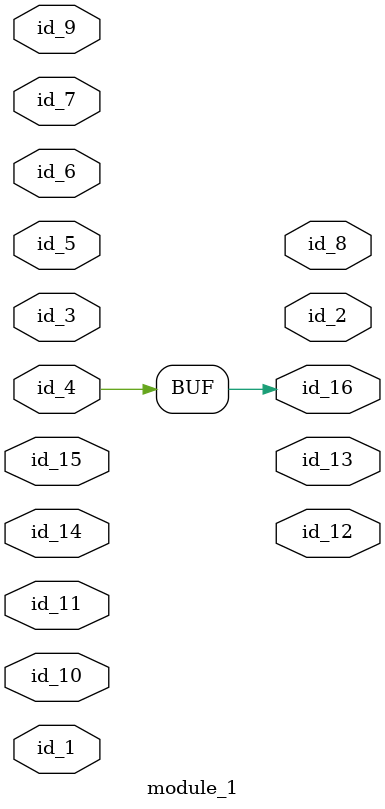
<source format=v>
module module_0 ();
  wire id_2, id_3;
  wire id_4;
endmodule
module module_1 (
    id_1,
    id_2,
    id_3,
    id_4,
    id_5,
    id_6,
    id_7,
    id_8,
    id_9,
    id_10,
    id_11,
    id_12,
    id_13,
    id_14,
    id_15,
    id_16
);
  output wire id_16;
  inout wire id_15;
  input wire id_14;
  output wire id_13;
  output wire id_12;
  inout wire id_11;
  inout wire id_10;
  input wire id_9;
  output wire id_8;
  input wire id_7;
  input wire id_6;
  input wire id_5;
  inout wire id_4;
  inout wire id_3;
  output wire id_2;
  input wire id_1;
  initial id_16 = id_4;
  module_0 modCall_1 ();
endmodule

</source>
